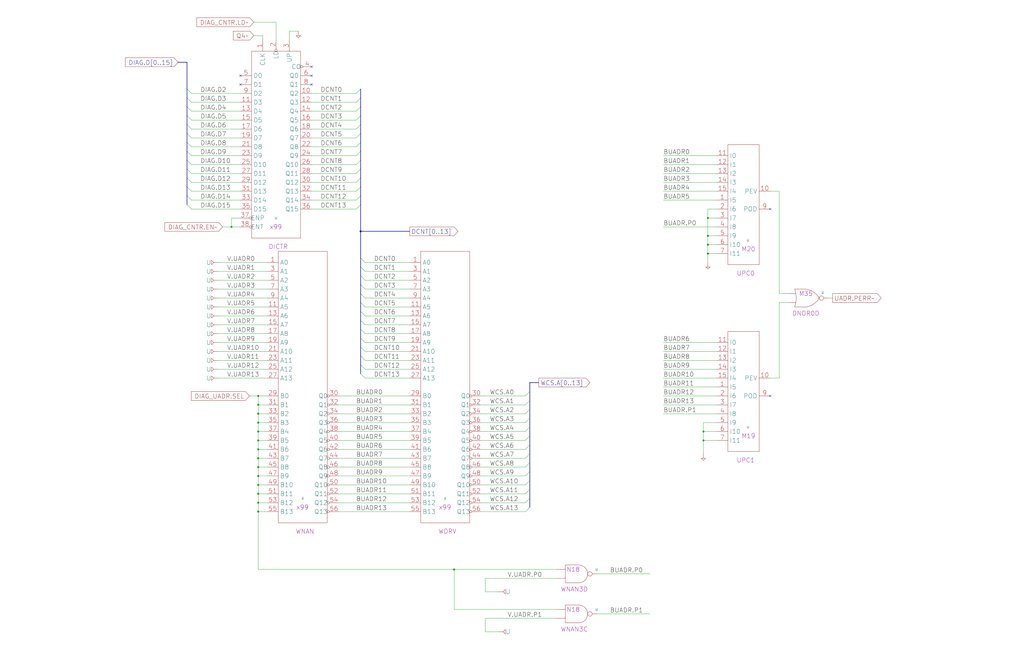
<source format=kicad_sch>
(kicad_sch (version 20220404) (generator eeschema)
  (paper "User" 584.2 378.46)
  (title_block (title "WRITABLE CONTROL STORE\\nWCS ADDRESS GENERATION") (date "22-MAR-90") (rev "1.0") (comment 1 "VALUE") (comment 2 "232-003063") (comment 3 "S400") (comment 4 "RELEASED"))
  (lib_symbols
    (symbol "r1000:93S48" (pin_names (offset 1.016))
      (property "Reference" "U" (at 2.54 5.08 0))
      (property "Value" "93S48" (at -6.35 -7.62 0))
      (property "Location" "___" (at -1.27 0 0))
      (property "Name" "______" (at 1.27 -15.24 0))
      (symbol "93S48_1_1"
        (rectangle (start -8.89 59.69) (end 8.89 -8.89))
        (pin input line (at -15.24 27.94 0) (length 6.35) (name "I5") (number "1"))
        (pin output line (at 15.24 33.02 180) (length 6.35) (name "PEV") (number "10"))
        (pin input line (at -15.24 53.34 0) (length 6.35) (name "I0") (number "11"))
        (pin input line (at -15.24 48.26 0) (length 6.35) (name "I1") (number "12"))
        (pin input line (at -15.24 43.18 0) (length 6.35) (name "I2") (number "13"))
        (pin input line (at -15.24 38.1 0) (length 6.35) (name "I3") (number "14"))
        (pin input line (at -15.24 33.02 0) (length 6.35) (name "I4") (number "15"))
        (pin input line (at -15.24 22.86 0) (length 6.35) (name "I6") (number "2"))
        (pin input line (at -15.24 17.78 0) (length 6.35) (name "I7") (number "3"))
        (pin input line (at -15.24 12.7 0) (length 6.35) (name "I8") (number "4"))
        (pin input line (at -15.24 7.62 0) (length 6.35) (name "I9") (number "5"))
        (pin input line (at -15.24 2.54 0) (length 6.35) (name "I10") (number "6"))
        (pin input line (at -15.24 -2.54 0) (length 6.35) (name "I11") (number "7"))
        (pin output line (at 15.24 22.86 180) (length 6.35) (name "POD") (number "9"))
      )
    )
    (symbol "r1000:F00" (pin_numbers hide) (pin_names hide)
      (property "Reference" "U" (at 15.24 0 0))
      (property "Value" "F00" (at 1.905 -5.08 0))
      (property "Location" "___" (at 1.905 0 0))
      (property "Name" "______" (at 2.54 -12.7 0))
      (symbol "F00_0_1"
        (polyline (pts (xy -2.54 -7.62) (xy 5.08 -7.62)) (stroke (width 0.1524)))
        (polyline (pts (xy -2.54 2.54) (xy -2.54 -7.62)) (stroke (width 0.1524)))
        (polyline (pts (xy -2.54 2.54) (xy 5.08 2.54)) (stroke (width 0.1524)))
        (arc (start 5.08 -7.62) (mid 10.1282 -2.54) (end 5.08 2.54) (stroke (width 0.1524)))
        (circle (center 11.43 -2.54) (radius 1.27) (stroke (width 0.1524)))
      )
      (symbol "F00_0_2"
        (circle (center -3.81 -5.08) (radius 1.27) (stroke (width 0.1524)))
        (circle (center -3.81 0) (radius 1.27) (stroke (width 0.1524)))
        (arc (start -3.175 -7.62) (mid -2.134 -2.54) (end -3.175 2.54) (stroke (width 0.1524)))
        (polyline (pts (xy -3.175 -7.62) (xy 3.81 -7.62)) (stroke (width 0.1524)))
        (polyline (pts (xy -3.175 2.54) (xy 3.81 2.54)) (stroke (width 0.1524)))
        (arc (start 3.81 -7.62) (mid 7.5855 -5.8306) (end 10.16 -2.54) (stroke (width 0.1524)))
        (arc (start 10.16 -2.54) (mid 7.5827 0.7471) (end 3.81 2.54) (stroke (width 0.1524)))
      )
      (symbol "F00_1_1"
        (pin input line (at -7.62 0 0) (length 5.08) (name "D0") (number "1"))
        (pin input line (at -7.62 -5.08 0) (length 5.08) (name "D1") (number "2"))
        (pin output line (at 15.24 -2.54 180) (length 2.54) (name "Q") (number "3"))
      )
      (symbol "F00_1_2"
        (pin input line (at -7.62 0 0) (length 2.54) (name "D0") (number "1"))
        (pin input line (at -7.62 -5.08 0) (length 2.54) (name "D1") (number "2"))
        (pin output line (at 15.24 -2.54 180) (length 5.08) (name "Q") (number "3"))
      )
    )
    (symbol "r1000:F02" (pin_numbers hide) (pin_names hide)
      (property "Reference" "U" (at 12.16 0.635 0))
      (property "Value" "F02" (at -1.27 -4.445 0))
      (property "Location" "___" (at 2.54 0 0))
      (property "Name" "______" (at 2.54 -12.7 0))
      (symbol "F02_0_1"
        (arc (start -3.81 -7.62) (mid -2.9847 -2.54) (end -3.81 2.54) (stroke (width 0.1524)))
        (polyline (pts (xy -5.08 -5.08) (xy -3.175 -5.08)) (stroke (width 0.1524)))
        (polyline (pts (xy -5.08 0) (xy -3.175 0)) (stroke (width 0.1524)))
        (polyline (pts (xy -3.81 -7.62) (xy 2.54 -7.62)) (stroke (width 0.1524)))
        (polyline (pts (xy -3.81 2.54) (xy 2.54 2.54)) (stroke (width 0.1524)))
        (polyline (pts (xy 13.97 -2.54) (xy 12.7 -2.54)) (stroke (width 0.1524)))
        (arc (start 2.54 -7.62) (mid 6.9515 -5.9823) (end 10.16 -2.54) (stroke (width 0.1524)))
        (arc (start 10.16 -2.54) (mid 6.9478 0.8966) (end 2.54 2.54) (stroke (width 0.1524)))
        (circle (center 11.43 -2.54) (radius 1.27) (stroke (width 0.1524)))
      )
      (symbol "F02_0_2"
        (circle (center -3.81 -5.08) (radius 1.27) (stroke (width 0.1524)))
        (circle (center -3.81 0) (radius 1.27) (stroke (width 0.1524)))
        (polyline (pts (xy -2.54 -7.62) (xy 5.08 -7.62)) (stroke (width 0.1524)))
        (polyline (pts (xy -2.54 2.54) (xy -2.54 -7.62)) (stroke (width 0.1524)))
        (polyline (pts (xy -2.54 2.54) (xy 5.08 2.54)) (stroke (width 0.1524)))
        (polyline (pts (xy 11.43 -2.54) (xy 10.16 -2.54)) (stroke (width 0.1524)))
        (polyline (pts (xy 11.43 -2.54) (xy 12.7 -2.54)) (stroke (width 0.1524)))
        (arc (start 5.08 -7.62) (mid 10.1282 -2.54) (end 5.08 2.54) (stroke (width 0.1524)))
      )
      (symbol "F02_1_1"
        (pin input line (at -7.62 0 0) (length 2.54) (name "D0") (number "1"))
        (pin input line (at -7.62 -5.08 0) (length 2.54) (name "D1") (number "2"))
        (pin output line (at 15.24 -2.54 180) (length 1.27) (name "Q") (number "3"))
      )
      (symbol "F02_1_2"
        (pin input line (at -7.62 0 0) (length 2.54) (name "D0") (number "1"))
        (pin input line (at -7.62 -5.08 0) (length 2.54) (name "D1") (number "2"))
        (pin output line (at 15.24 -2.54 180) (length 2.54) (name "Q") (number "3"))
      )
    )
    (symbol "r1000:F169X4" (pin_names (offset 1.016))
      (property "Reference" "U" (at 2.54 5.08 0))
      (property "Value" "F169X4" (at -1.27 -5.08 0))
      (property "Location" "___" (at -1.27 0 0))
      (property "Name" "______" (at 3.81 -12.7 0))
      (symbol "F169X4_1_1"
        (circle (center -12.065 0) (radius 0.635))
        (circle (center -12.065 5.08) (radius 0.635))
        (rectangle (start -11.43 100.33) (end 16.51 -6.35))
        (circle (center 2.54 100.965) (radius 0.635))
        (circle (center 17.145 91.44) (radius 0.635))
        (pin input line (at -5.08 106.68 270) (length 6.35) (name "CLK") (number "1"))
        (pin output line (at 22.86 76.2 180) (length 6.35) (name "Q2") (number "10"))
        (pin input line (at -17.78 71.12 0) (length 6.35) (name "D3") (number "11"))
        (pin output line (at 22.86 71.12 180) (length 6.35) (name "Q3") (number "12"))
        (pin input line (at -17.78 66.04 0) (length 6.35) (name "D4") (number "13"))
        (pin output line (at 22.86 66.04 180) (length 6.35) (name "Q4") (number "14"))
        (pin input line (at -17.78 60.96 0) (length 6.35) (name "D5") (number "15"))
        (pin output line (at 22.86 60.96 180) (length 6.35) (name "Q5") (number "16"))
        (pin input line (at -17.78 55.88 0) (length 6.35) (name "D6") (number "17"))
        (pin output line (at 22.86 55.88 180) (length 6.35) (name "Q6") (number "18"))
        (pin input line (at -17.78 50.8 0) (length 6.35) (name "D7") (number "19"))
        (pin input line (at 2.54 106.68 270) (length 5.08) (name "LD") (number "2"))
        (pin output line (at 22.86 50.8 180) (length 6.35) (name "Q7") (number "20"))
        (pin input line (at -17.78 45.72 0) (length 6.35) (name "D8") (number "21"))
        (pin output line (at 22.86 45.72 180) (length 6.35) (name "Q8") (number "22"))
        (pin input line (at -17.78 40.64 0) (length 6.35) (name "D9") (number "23"))
        (pin output line (at 22.86 40.64 180) (length 6.35) (name "Q9") (number "24"))
        (pin input line (at -17.78 35.56 0) (length 6.35) (name "D10") (number "25"))
        (pin output line (at 22.86 35.56 180) (length 6.35) (name "Q10") (number "26"))
        (pin input line (at -17.78 30.48 0) (length 6.35) (name "D11") (number "27"))
        (pin output line (at 22.86 30.48 180) (length 6.35) (name "Q11") (number "28"))
        (pin input line (at -17.78 25.4 0) (length 6.35) (name "D12") (number "29"))
        (pin input line (at 10.16 106.68 270) (length 6.35) (name "UP") (number "3"))
        (pin output line (at 22.86 25.4 180) (length 6.35) (name "Q12") (number "30"))
        (pin input line (at -17.78 20.32 0) (length 6.35) (name "D13") (number "31"))
        (pin output line (at 22.86 20.32 180) (length 6.35) (name "Q13") (number "32"))
        (pin input line (at -17.78 15.24 0) (length 6.35) (name "D14") (number "33"))
        (pin output line (at 22.86 15.24 180) (length 6.35) (name "Q14") (number "34"))
        (pin input line (at -17.78 10.16 0) (length 6.35) (name "D15") (number "35"))
        (pin output line (at 22.86 10.16 180) (length 6.35) (name "Q15") (number "36"))
        (pin input line (at -17.78 5.08 0) (length 5.08) (name "ENP") (number "37"))
        (pin input line (at -17.78 0 0) (length 5.08) (name "ENT") (number "38"))
        (pin output line (at 22.86 91.44 180) (length 5.08) (name "CO") (number "4"))
        (pin input line (at -17.78 86.36 0) (length 6.35) (name "D0") (number "5"))
        (pin output line (at 22.86 86.36 180) (length 6.35) (name "Q0") (number "6"))
        (pin input line (at -17.78 81.28 0) (length 6.35) (name "D1") (number "7"))
        (pin output line (at 22.86 81.28 180) (length 6.35) (name "Q1") (number "8"))
        (pin input line (at -17.78 76.2 0) (length 6.35) (name "D2") (number "9"))
      )
    )
    (symbol "r1000:GB" (pin_numbers hide) (pin_names (offset 0) hide)
      (property "Reference" "GB" (at 3.81 0 0))
      (symbol "GB_0_1"
        (polyline (pts (xy 2.54 0) (xy 3.81 1.27) (xy 3.81 -1.27) (xy 2.54 0)) (stroke (width 0.1524)))
      )
      (symbol "GB_1_1"
        (pin bidirectional line (at 0 0 0) (length 2.54) (name "") (number "1"))
      )
    )
    (symbol "r1000:PD" (power) (pin_numbers hide) (pin_names hide) (in_bom no)
      (symbol "PD_0_1"
        (polyline (pts (xy 0 -2.54) (xy 1.27 -2.54) (xy 0 -3.81) (xy -1.27 -2.54) (xy 0 -2.54)) (stroke (width 0.1524)))
      )
      (symbol "PD_1_1"
        (pin power_in line (at 0 0 270) (length 2.54) (name "PD") (number "1"))
      )
    )
    (symbol "r1000:XVNAND14" (pin_names (offset 1.016))
      (property "Reference" "U" (at 2.54 5.08 0))
      (property "Value" "XVNAND14" (at -6.35 -7.62 0))
      (property "Location" "___" (at -1.27 0 0))
      (property "Name" "______" (at 3.81 -15.24 0))
      (symbol "XVNAND14_1_1"
        (rectangle (start -11.43 146.05) (end 16.51 -8.89))
        (circle (center 17.145 -2.54) (radius 0.635))
        (circle (center 17.145 2.54) (radius 0.635))
        (circle (center 17.145 7.62) (radius 0.635))
        (circle (center 17.145 12.7) (radius 0.635))
        (circle (center 17.145 17.78) (radius 0.635))
        (circle (center 17.145 22.86) (radius 0.635))
        (circle (center 17.145 27.94) (radius 0.635))
        (circle (center 17.145 33.02) (radius 0.635))
        (circle (center 17.145 38.1) (radius 0.635))
        (circle (center 17.145 43.18) (radius 0.635))
        (circle (center 17.145 48.26) (radius 0.635))
        (circle (center 17.145 53.34) (radius 0.635))
        (circle (center 17.145 58.42) (radius 0.635))
        (circle (center 17.145 63.5) (radius 0.635))
        (pin input line (at -17.78 139.7 0) (length 6.35) (name "A0") (number "1"))
        (pin input line (at -17.78 114.3 0) (length 6.35) (name "A5") (number "11"))
        (pin input line (at -17.78 109.22 0) (length 6.35) (name "A6") (number "13"))
        (pin input line (at -17.78 104.14 0) (length 6.35) (name "A7") (number "15"))
        (pin input line (at -17.78 99.06 0) (length 6.35) (name "A8") (number "17"))
        (pin input line (at -17.78 93.98 0) (length 6.35) (name "A9") (number "19"))
        (pin input line (at -17.78 88.9 0) (length 6.35) (name "A10") (number "21"))
        (pin input line (at -17.78 83.82 0) (length 6.35) (name "A11") (number "23"))
        (pin input line (at -17.78 78.74 0) (length 6.35) (name "A12") (number "25"))
        (pin input line (at -17.78 73.66 0) (length 6.35) (name "A13") (number "27"))
        (pin input line (at -17.78 63.5 0) (length 6.35) (name "B0") (number "29"))
        (pin input line (at -17.78 134.62 0) (length 6.35) (name "A1") (number "3"))
        (pin output line (at 22.86 63.5 180) (length 5.08) (name "Q0") (number "30"))
        (pin input line (at -17.78 58.42 0) (length 6.35) (name "B1") (number "31"))
        (pin output line (at 22.86 58.42 180) (length 5.08) (name "Q1") (number "32"))
        (pin input line (at -17.78 53.34 0) (length 6.35) (name "B2") (number "33"))
        (pin output line (at 22.86 53.34 180) (length 5.08) (name "Q2") (number "34"))
        (pin input line (at -17.78 48.26 0) (length 6.35) (name "B3") (number "35"))
        (pin output line (at 22.86 48.26 180) (length 5.08) (name "Q3") (number "36"))
        (pin input line (at -17.78 43.18 0) (length 6.35) (name "B4") (number "37"))
        (pin output line (at 22.86 43.18 180) (length 5.08) (name "Q4") (number "38"))
        (pin input line (at -17.78 38.1 0) (length 6.35) (name "B5") (number "39"))
        (pin output line (at 22.86 38.1 180) (length 5.08) (name "Q5") (number "40"))
        (pin input line (at -17.78 33.02 0) (length 6.35) (name "B6") (number "41"))
        (pin output line (at 22.86 33.02 180) (length 5.08) (name "Q6") (number "42"))
        (pin input line (at -17.78 27.94 0) (length 6.35) (name "B7") (number "43"))
        (pin output line (at 22.86 27.94 180) (length 5.08) (name "Q7") (number "44"))
        (pin input line (at -17.78 22.86 0) (length 6.35) (name "B8") (number "45"))
        (pin output line (at 22.86 22.86 180) (length 5.08) (name "Q8") (number "46"))
        (pin input line (at -17.78 17.78 0) (length 6.35) (name "B9") (number "47"))
        (pin output line (at 22.86 17.78 180) (length 5.08) (name "Q9") (number "48"))
        (pin input line (at -17.78 12.7 0) (length 6.35) (name "B10") (number "49"))
        (pin input line (at -17.78 129.54 0) (length 6.35) (name "A2") (number "5"))
        (pin output line (at 22.86 12.7 180) (length 5.08) (name "Q10") (number "50"))
        (pin input line (at -17.78 7.62 0) (length 6.35) (name "B11") (number "51"))
        (pin output line (at 22.86 7.62 180) (length 5.08) (name "Q11") (number "52"))
        (pin input line (at -17.78 2.54 0) (length 6.35) (name "B12") (number "53"))
        (pin output line (at 22.86 2.54 180) (length 5.08) (name "Q12") (number "54"))
        (pin input line (at -17.78 -2.54 0) (length 6.35) (name "B13") (number "55"))
        (pin output line (at 22.86 -2.54 180) (length 5.08) (name "Q13") (number "56"))
        (pin input line (at -17.78 124.46 0) (length 6.35) (name "A3") (number "7"))
        (pin input line (at -17.78 119.38 0) (length 6.35) (name "A4") (number "9"))
      )
    )
  )
  (junction (at 147.32 251.46))
  (junction (at 205.74 132.08))
  (junction (at 147.32 236.22))
  (junction (at 147.32 292.1))
  (junction (at 147.32 261.62))
  (junction (at 147.32 256.54))
  (junction (at 403.86 144.78))
  (junction (at 147.32 281.94))
  (junction (at 147.32 226.06))
  (junction (at 147.32 231.14))
  (junction (at 132.08 129.54))
  (junction (at 147.32 246.38))
  (junction (at 403.86 134.62))
  (junction (at 403.86 124.46))
  (junction (at 147.32 241.3))
  (junction (at 403.86 139.7))
  (junction (at 147.32 287.02))
  (junction (at 401.32 246.38))
  (junction (at 259.08 325.12))
  (junction (at 147.32 271.78))
  (junction (at 147.32 266.7))
  (junction (at 147.32 276.86))
  (junction (at 401.32 251.46))
  (no_connect (at 137.16 48.26))
  (no_connect (at 439.42 119.38))
  (no_connect (at 177.8 43.18))
  (no_connect (at 439.42 226.06))
  (no_connect (at 177.8 48.26))
  (no_connect (at 137.16 43.18))
  (no_connect (at 177.8 38.1))
  (bus_entry (at 106.68 66.04) (size 2.54 2.54))
  (bus_entry (at 302.26 228.6) (size -2.54 2.54))
  (bus_entry (at 205.74 111.76) (size -2.54 2.54))
  (bus_entry (at 106.68 116.84) (size 2.54 2.54))
  (bus_entry (at 302.26 269.24) (size -2.54 2.54))
  (bus_entry (at 302.26 289.56) (size -2.54 2.54))
  (bus_entry (at 302.26 279.4) (size -2.54 2.54))
  (bus_entry (at 205.74 66.04) (size -2.54 2.54))
  (bus_entry (at 205.74 116.84) (size -2.54 2.54))
  (bus_entry (at 205.74 162.56) (size 2.54 2.54))
  (bus_entry (at 106.68 86.36) (size 2.54 2.54))
  (bus_entry (at 106.68 81.28) (size 2.54 2.54))
  (bus_entry (at 302.26 243.84) (size -2.54 2.54))
  (bus_entry (at 302.26 223.52) (size -2.54 2.54))
  (bus_entry (at 106.68 50.8) (size 2.54 2.54))
  (bus_entry (at 205.74 81.28) (size -2.54 2.54))
  (bus_entry (at 205.74 177.8) (size 2.54 2.54))
  (bus_entry (at 106.68 101.6) (size 2.54 2.54))
  (bus_entry (at 205.74 147.32) (size 2.54 2.54))
  (bus_entry (at 205.74 208.28) (size 2.54 2.54))
  (bus_entry (at 205.74 71.12) (size -2.54 2.54))
  (bus_entry (at 205.74 203.2) (size 2.54 2.54))
  (bus_entry (at 302.26 274.32) (size -2.54 2.54))
  (bus_entry (at 205.74 198.12) (size 2.54 2.54))
  (bus_entry (at 302.26 284.48) (size -2.54 2.54))
  (bus_entry (at 106.68 91.44) (size 2.54 2.54))
  (bus_entry (at 302.26 254) (size -2.54 2.54))
  (bus_entry (at 205.74 172.72) (size 2.54 2.54))
  (bus_entry (at 205.74 96.52) (size -2.54 2.54))
  (bus_entry (at 302.26 238.76) (size -2.54 2.54))
  (bus_entry (at 205.74 193.04) (size 2.54 2.54))
  (bus_entry (at 302.26 248.92) (size -2.54 2.54))
  (bus_entry (at 302.26 233.68) (size -2.54 2.54))
  (bus_entry (at 205.74 91.44) (size -2.54 2.54))
  (bus_entry (at 106.68 111.76) (size 2.54 2.54))
  (bus_entry (at 205.74 182.88) (size 2.54 2.54))
  (bus_entry (at 106.68 71.12) (size 2.54 2.54))
  (bus_entry (at 106.68 55.88) (size 2.54 2.54))
  (bus_entry (at 205.74 157.48) (size 2.54 2.54))
  (bus_entry (at 106.68 60.96) (size 2.54 2.54))
  (bus_entry (at 205.74 60.96) (size -2.54 2.54))
  (bus_entry (at 205.74 187.96) (size 2.54 2.54))
  (bus_entry (at 205.74 213.36) (size 2.54 2.54))
  (bus_entry (at 205.74 152.4) (size 2.54 2.54))
  (bus_entry (at 205.74 101.6) (size -2.54 2.54))
  (bus_entry (at 302.26 264.16) (size -2.54 2.54))
  (bus_entry (at 106.68 96.52) (size 2.54 2.54))
  (bus_entry (at 205.74 76.2) (size -2.54 2.54))
  (bus_entry (at 302.26 259.08) (size -2.54 2.54))
  (bus_entry (at 205.74 55.88) (size -2.54 2.54))
  (bus_entry (at 205.74 86.36) (size -2.54 2.54))
  (bus_entry (at 106.68 76.2) (size 2.54 2.54))
  (bus_entry (at 205.74 106.68) (size -2.54 2.54))
  (bus_entry (at 205.74 167.64) (size 2.54 2.54))
  (bus_entry (at 205.74 50.8) (size -2.54 2.54))
  (bus_entry (at 106.68 106.68) (size 2.54 2.54))
  (bus (pts (xy 106.68 86.36) (xy 106.68 91.44)))
  (wire (pts (xy 152.4 185.42) (xy 124.46 185.42)))
  (wire (pts (xy 177.8 63.5) (xy 203.2 63.5)))
  (wire (pts (xy 152.4 195.58) (xy 124.46 195.58)))
  (wire (pts (xy 177.8 58.42) (xy 203.2 58.42)))
  (wire (pts (xy 152.4 149.86) (xy 124.46 149.86)))
  (bus (pts (xy 106.68 111.76) (xy 106.68 116.84)))
  (bus (pts (xy 307.34 218.44) (xy 302.26 218.44)))
  (bus (pts (xy 205.74 177.8) (xy 205.74 182.88)))
  (wire (pts (xy 177.8 114.3) (xy 203.2 114.3)))
  (bus (pts (xy 302.26 238.76) (xy 302.26 243.84)))
  (wire (pts (xy 233.68 149.86) (xy 208.28 149.86)))
  (wire (pts (xy 401.32 251.46) (xy 401.32 259.08)))
  (wire (pts (xy 147.32 287.02) (xy 152.4 287.02)))
  (wire (pts (xy 193.04 287.02) (xy 233.68 287.02)))
  (wire (pts (xy 152.4 210.82) (xy 124.46 210.82)))
  (wire (pts (xy 378.46 215.9) (xy 408.94 215.9)))
  (wire (pts (xy 378.46 104.14) (xy 408.94 104.14)))
  (bus (pts (xy 205.74 198.12) (xy 205.74 203.2)))
  (bus (pts (xy 106.68 50.8) (xy 106.68 55.88)))
  (wire (pts (xy 233.68 210.82) (xy 208.28 210.82)))
  (bus (pts (xy 302.26 223.52) (xy 302.26 228.6)))
  (wire (pts (xy 259.08 325.12) (xy 259.08 347.98)))
  (wire (pts (xy 193.04 261.62) (xy 233.68 261.62)))
  (wire (pts (xy 401.32 246.38) (xy 408.94 246.38)))
  (wire (pts (xy 439.42 109.22) (xy 444.5 109.22)))
  (wire (pts (xy 109.22 73.66) (xy 137.16 73.66)))
  (wire (pts (xy 109.22 93.98) (xy 137.16 93.98)))
  (wire (pts (xy 152.4 160.02) (xy 124.46 160.02)))
  (wire (pts (xy 147.32 231.14) (xy 147.32 226.06)))
  (bus (pts (xy 302.26 279.4) (xy 302.26 284.48)))
  (wire (pts (xy 408.94 241.3) (xy 401.32 241.3)))
  (wire (pts (xy 147.32 325.12) (xy 147.32 292.1)))
  (wire (pts (xy 193.04 246.38) (xy 233.68 246.38)))
  (wire (pts (xy 147.32 251.46) (xy 147.32 246.38)))
  (wire (pts (xy 274.32 246.38) (xy 299.72 246.38)))
  (wire (pts (xy 403.86 139.7) (xy 403.86 144.78)))
  (wire (pts (xy 109.22 53.34) (xy 137.16 53.34)))
  (wire (pts (xy 317.5 347.98) (xy 259.08 347.98)))
  (bus (pts (xy 106.68 35.56) (xy 106.68 50.8)))
  (wire (pts (xy 274.32 256.54) (xy 299.72 256.54)))
  (wire (pts (xy 193.04 256.54) (xy 233.68 256.54)))
  (bus (pts (xy 205.74 167.64) (xy 205.74 172.72)))
  (wire (pts (xy 152.4 215.9) (xy 124.46 215.9)))
  (bus (pts (xy 106.68 76.2) (xy 106.68 81.28)))
  (bus (pts (xy 205.74 152.4) (xy 205.74 157.48)))
  (wire (pts (xy 233.68 175.26) (xy 208.28 175.26)))
  (bus (pts (xy 302.26 259.08) (xy 302.26 264.16)))
  (wire (pts (xy 109.22 119.38) (xy 137.16 119.38)))
  (wire (pts (xy 403.86 139.7) (xy 408.94 139.7)))
  (wire (pts (xy 233.68 185.42) (xy 208.28 185.42)))
  (wire (pts (xy 152.4 165.1) (xy 124.46 165.1)))
  (bus (pts (xy 106.68 106.68) (xy 106.68 111.76)))
  (bus (pts (xy 205.74 101.6) (xy 205.74 106.68)))
  (wire (pts (xy 193.04 241.3) (xy 233.68 241.3)))
  (wire (pts (xy 132.08 129.54) (xy 137.16 129.54)))
  (wire (pts (xy 274.32 226.06) (xy 299.72 226.06)))
  (wire (pts (xy 177.8 78.74) (xy 203.2 78.74)))
  (wire (pts (xy 403.86 119.38) (xy 403.86 124.46)))
  (bus (pts (xy 302.26 254) (xy 302.26 259.08)))
  (wire (pts (xy 274.32 231.14) (xy 299.72 231.14)))
  (bus (pts (xy 302.26 284.48) (xy 302.26 289.56)))
  (wire (pts (xy 109.22 109.22) (xy 137.16 109.22)))
  (wire (pts (xy 147.32 292.1) (xy 147.32 287.02)))
  (wire (pts (xy 276.86 330.2) (xy 317.5 330.2)))
  (wire (pts (xy 403.86 124.46) (xy 408.94 124.46)))
  (wire (pts (xy 177.8 68.58) (xy 203.2 68.58)))
  (wire (pts (xy 177.8 53.34) (xy 203.2 53.34)))
  (bus (pts (xy 101.6 35.56) (xy 106.68 35.56)))
  (wire (pts (xy 403.86 134.62) (xy 408.94 134.62)))
  (wire (pts (xy 274.32 266.7) (xy 299.72 266.7)))
  (bus (pts (xy 106.68 60.96) (xy 106.68 66.04)))
  (wire (pts (xy 378.46 231.14) (xy 408.94 231.14)))
  (wire (pts (xy 193.04 266.7) (xy 233.68 266.7)))
  (wire (pts (xy 378.46 109.22) (xy 408.94 109.22)))
  (wire (pts (xy 378.46 205.74) (xy 408.94 205.74)))
  (wire (pts (xy 378.46 200.66) (xy 408.94 200.66)))
  (wire (pts (xy 444.5 167.64) (xy 449.58 167.64)))
  (bus (pts (xy 106.68 66.04) (xy 106.68 71.12)))
  (wire (pts (xy 127 129.54) (xy 132.08 129.54)))
  (bus (pts (xy 205.74 193.04) (xy 205.74 198.12)))
  (wire (pts (xy 144.78 12.7) (xy 157.48 12.7)))
  (bus (pts (xy 205.74 96.52) (xy 205.74 101.6)))
  (wire (pts (xy 147.32 236.22) (xy 152.4 236.22)))
  (bus (pts (xy 302.26 274.32) (xy 302.26 279.4)))
  (wire (pts (xy 233.68 154.94) (xy 208.28 154.94)))
  (wire (pts (xy 401.32 251.46) (xy 408.94 251.46)))
  (bus (pts (xy 205.74 132.08) (xy 233.68 132.08)))
  (wire (pts (xy 109.22 104.14) (xy 137.16 104.14)))
  (wire (pts (xy 340.36 350.52) (xy 370.84 350.52)))
  (wire (pts (xy 177.8 93.98) (xy 203.2 93.98)))
  (wire (pts (xy 193.04 292.1) (xy 233.68 292.1)))
  (bus (pts (xy 302.26 233.68) (xy 302.26 238.76)))
  (wire (pts (xy 444.5 172.72) (xy 449.58 172.72)))
  (bus (pts (xy 205.74 162.56) (xy 205.74 167.64)))
  (bus (pts (xy 106.68 71.12) (xy 106.68 76.2)))
  (bus (pts (xy 302.26 264.16) (xy 302.26 269.24)))
  (wire (pts (xy 233.68 180.34) (xy 208.28 180.34)))
  (wire (pts (xy 274.32 236.22) (xy 299.72 236.22)))
  (wire (pts (xy 109.22 83.82) (xy 137.16 83.82)))
  (bus (pts (xy 205.74 116.84) (xy 205.74 132.08)))
  (bus (pts (xy 205.74 106.68) (xy 205.74 111.76)))
  (bus (pts (xy 205.74 203.2) (xy 205.74 208.28)))
  (wire (pts (xy 147.32 246.38) (xy 152.4 246.38)))
  (wire (pts (xy 274.32 261.62) (xy 299.72 261.62)))
  (bus (pts (xy 106.68 91.44) (xy 106.68 96.52)))
  (wire (pts (xy 109.22 99.06) (xy 137.16 99.06)))
  (wire (pts (xy 233.68 215.9) (xy 208.28 215.9)))
  (wire (pts (xy 147.32 281.94) (xy 147.32 276.86)))
  (wire (pts (xy 276.86 360.68) (xy 284.48 360.68)))
  (wire (pts (xy 147.32 236.22) (xy 147.32 231.14)))
  (wire (pts (xy 177.8 119.38) (xy 203.2 119.38)))
  (wire (pts (xy 274.32 276.86) (xy 299.72 276.86)))
  (bus (pts (xy 302.26 243.84) (xy 302.26 248.92)))
  (wire (pts (xy 317.5 325.12) (xy 259.08 325.12)))
  (wire (pts (xy 193.04 226.06) (xy 233.68 226.06)))
  (wire (pts (xy 147.32 266.7) (xy 152.4 266.7)))
  (wire (pts (xy 152.4 175.26) (xy 124.46 175.26)))
  (wire (pts (xy 276.86 353.06) (xy 276.86 360.68)))
  (wire (pts (xy 193.04 271.78) (xy 233.68 271.78)))
  (bus (pts (xy 106.68 96.52) (xy 106.68 101.6)))
  (wire (pts (xy 147.32 251.46) (xy 152.4 251.46)))
  (wire (pts (xy 378.46 226.06) (xy 408.94 226.06)))
  (wire (pts (xy 152.4 190.5) (xy 124.46 190.5)))
  (wire (pts (xy 109.22 88.9) (xy 137.16 88.9)))
  (wire (pts (xy 274.32 292.1) (xy 299.72 292.1)))
  (bus (pts (xy 205.74 111.76) (xy 205.74 116.84)))
  (bus (pts (xy 205.74 60.96) (xy 205.74 66.04)))
  (wire (pts (xy 274.32 271.78) (xy 299.72 271.78)))
  (bus (pts (xy 205.74 86.36) (xy 205.74 91.44)))
  (bus (pts (xy 205.74 76.2) (xy 205.74 81.28)))
  (wire (pts (xy 274.32 251.46) (xy 299.72 251.46)))
  (bus (pts (xy 205.74 187.96) (xy 205.74 193.04)))
  (wire (pts (xy 233.68 190.5) (xy 208.28 190.5)))
  (wire (pts (xy 472.44 170.18) (xy 474.98 170.18)))
  (wire (pts (xy 340.36 327.66) (xy 370.84 327.66)))
  (wire (pts (xy 403.86 144.78) (xy 408.94 144.78)))
  (wire (pts (xy 378.46 93.98) (xy 408.94 93.98)))
  (wire (pts (xy 378.46 195.58) (xy 408.94 195.58)))
  (bus (pts (xy 205.74 50.8) (xy 205.74 55.88)))
  (wire (pts (xy 193.04 251.46) (xy 233.68 251.46)))
  (bus (pts (xy 205.74 172.72) (xy 205.74 177.8)))
  (bus (pts (xy 106.68 55.88) (xy 106.68 60.96)))
  (wire (pts (xy 259.08 325.12) (xy 147.32 325.12)))
  (wire (pts (xy 147.32 246.38) (xy 147.32 241.3)))
  (bus (pts (xy 302.26 248.92) (xy 302.26 254)))
  (bus (pts (xy 205.74 71.12) (xy 205.74 76.2)))
  (bus (pts (xy 205.74 182.88) (xy 205.74 187.96)))
  (wire (pts (xy 378.46 99.06) (xy 408.94 99.06)))
  (wire (pts (xy 147.32 266.7) (xy 147.32 261.62)))
  (wire (pts (xy 147.32 271.78) (xy 147.32 266.7)))
  (wire (pts (xy 276.86 330.2) (xy 276.86 337.82)))
  (wire (pts (xy 109.22 63.5) (xy 137.16 63.5)))
  (bus (pts (xy 205.74 208.28) (xy 205.74 213.36)))
  (wire (pts (xy 149.86 22.86) (xy 149.86 20.32)))
  (wire (pts (xy 109.22 78.74) (xy 137.16 78.74)))
  (bus (pts (xy 205.74 81.28) (xy 205.74 86.36)))
  (wire (pts (xy 152.4 180.34) (xy 124.46 180.34)))
  (wire (pts (xy 439.42 215.9) (xy 444.5 215.9)))
  (wire (pts (xy 177.8 104.14) (xy 203.2 104.14)))
  (wire (pts (xy 401.32 246.38) (xy 401.32 251.46)))
  (wire (pts (xy 147.32 276.86) (xy 147.32 271.78)))
  (wire (pts (xy 403.86 124.46) (xy 403.86 134.62)))
  (wire (pts (xy 152.4 200.66) (xy 124.46 200.66)))
  (wire (pts (xy 408.94 119.38) (xy 403.86 119.38)))
  (wire (pts (xy 444.5 109.22) (xy 444.5 167.64)))
  (wire (pts (xy 144.78 20.32) (xy 149.86 20.32)))
  (wire (pts (xy 152.4 170.18) (xy 124.46 170.18)))
  (wire (pts (xy 142.24 226.06) (xy 147.32 226.06)))
  (wire (pts (xy 193.04 276.86) (xy 233.68 276.86)))
  (wire (pts (xy 193.04 281.94) (xy 233.68 281.94)))
  (bus (pts (xy 302.26 218.44) (xy 302.26 223.52)))
  (wire (pts (xy 378.46 88.9) (xy 408.94 88.9)))
  (wire (pts (xy 401.32 241.3) (xy 401.32 246.38)))
  (wire (pts (xy 274.32 281.94) (xy 299.72 281.94)))
  (bus (pts (xy 106.68 81.28) (xy 106.68 86.36)))
  (bus (pts (xy 205.74 91.44) (xy 205.74 96.52)))
  (wire (pts (xy 403.86 134.62) (xy 403.86 139.7)))
  (wire (pts (xy 170.18 17.78) (xy 165.1 17.78)))
  (wire (pts (xy 109.22 58.42) (xy 137.16 58.42)))
  (wire (pts (xy 276.86 337.82) (xy 284.48 337.82)))
  (wire (pts (xy 147.32 261.62) (xy 152.4 261.62)))
  (wire (pts (xy 378.46 129.54) (xy 408.94 129.54)))
  (wire (pts (xy 147.32 281.94) (xy 152.4 281.94)))
  (wire (pts (xy 147.32 287.02) (xy 147.32 281.94)))
  (wire (pts (xy 147.32 276.86) (xy 152.4 276.86)))
  (wire (pts (xy 152.4 154.94) (xy 124.46 154.94)))
  (wire (pts (xy 147.32 226.06) (xy 152.4 226.06)))
  (wire (pts (xy 274.32 287.02) (xy 299.72 287.02)))
  (wire (pts (xy 233.68 200.66) (xy 208.28 200.66)))
  (bus (pts (xy 205.74 66.04) (xy 205.74 71.12)))
  (bus (pts (xy 106.68 101.6) (xy 106.68 106.68)))
  (wire (pts (xy 378.46 220.98) (xy 408.94 220.98)))
  (bus (pts (xy 205.74 147.32) (xy 205.74 152.4)))
  (bus (pts (xy 205.74 55.88) (xy 205.74 60.96)))
  (wire (pts (xy 193.04 236.22) (xy 233.68 236.22)))
  (wire (pts (xy 378.46 236.22) (xy 408.94 236.22)))
  (wire (pts (xy 109.22 68.58) (xy 137.16 68.58)))
  (bus (pts (xy 302.26 269.24) (xy 302.26 274.32)))
  (bus (pts (xy 205.74 132.08) (xy 205.74 147.32)))
  (wire (pts (xy 177.8 109.22) (xy 203.2 109.22)))
  (wire (pts (xy 132.08 124.46) (xy 132.08 129.54)))
  (wire (pts (xy 147.32 241.3) (xy 152.4 241.3)))
  (wire (pts (xy 109.22 114.3) (xy 137.16 114.3)))
  (wire (pts (xy 177.8 83.82) (xy 203.2 83.82)))
  (wire (pts (xy 147.32 261.62) (xy 147.32 256.54)))
  (bus (pts (xy 302.26 228.6) (xy 302.26 233.68)))
  (wire (pts (xy 233.68 195.58) (xy 208.28 195.58)))
  (wire (pts (xy 193.04 231.14) (xy 233.68 231.14)))
  (wire (pts (xy 157.48 22.86) (xy 157.48 12.7)))
  (wire (pts (xy 152.4 205.74) (xy 124.46 205.74)))
  (wire (pts (xy 276.86 353.06) (xy 317.5 353.06)))
  (wire (pts (xy 233.68 160.02) (xy 208.28 160.02)))
  (wire (pts (xy 274.32 241.3) (xy 299.72 241.3)))
  (wire (pts (xy 147.32 271.78) (xy 152.4 271.78)))
  (wire (pts (xy 165.1 17.78) (xy 165.1 22.86)))
  (wire (pts (xy 152.4 292.1) (xy 147.32 292.1)))
  (wire (pts (xy 147.32 241.3) (xy 147.32 236.22)))
  (wire (pts (xy 378.46 210.82) (xy 408.94 210.82)))
  (bus (pts (xy 205.74 157.48) (xy 205.74 162.56)))
  (wire (pts (xy 177.8 88.9) (xy 203.2 88.9)))
  (wire (pts (xy 233.68 205.74) (xy 208.28 205.74)))
  (wire (pts (xy 177.8 99.06) (xy 203.2 99.06)))
  (wire (pts (xy 177.8 73.66) (xy 203.2 73.66)))
  (wire (pts (xy 403.86 144.78) (xy 403.86 149.86)))
  (wire (pts (xy 444.5 215.9) (xy 444.5 172.72)))
  (wire (pts (xy 147.32 256.54) (xy 147.32 251.46)))
  (wire (pts (xy 378.46 114.3) (xy 408.94 114.3)))
  (wire (pts (xy 132.08 124.46) (xy 137.16 124.46)))
  (wire (pts (xy 233.68 170.18) (xy 208.28 170.18)))
  (wire (pts (xy 147.32 256.54) (xy 152.4 256.54)))
  (wire (pts (xy 147.32 231.14) (xy 152.4 231.14)))
  (wire (pts (xy 233.68 165.1) (xy 208.28 165.1)))
  (label "DCNT12" (at 182.88 114.3 0) (effects (font (size 2.54 2.54))))
  (label "V.UADR5" (at 129.54 175.26 0) (effects (font (size 2.54 2.54))))
  (label "BUADR8" (at 378.46 205.74 0) (effects (font (size 2.54 2.54))))
  (label "DIAG.D13" (at 114.3 109.22 0) (effects (font (size 2.54 2.54))))
  (label "DCNT0" (at 213.36 149.86 0) (effects (font (size 2.54 2.54))))
  (label "DCNT11" (at 213.36 205.74 0) (effects (font (size 2.54 2.54))))
  (label "DIAG.D9" (at 114.3 88.9 0) (effects (font (size 2.54 2.54))))
  (label "WCS.A10" (at 279.4 276.86 0) (effects (font (size 2.54 2.54))))
  (label "V.UADR11" (at 129.54 205.74 0) (effects (font (size 2.54 2.54))))
  (label "DIAG.D10" (at 114.3 93.98 0) (effects (font (size 2.54 2.54))))
  (label "V.UADR4" (at 129.54 170.18 0) (effects (font (size 2.54 2.54))))
  (label "DCNT1" (at 213.36 154.94 0) (effects (font (size 2.54 2.54))))
  (label "BUADR.P1" (at 378.46 236.22 0) (effects (font (size 2.54 2.54))))
  (label "WCS.A6" (at 279.4 256.54 0) (effects (font (size 2.54 2.54))))
  (label "DCNT10" (at 182.88 104.14 0) (effects (font (size 2.54 2.54))))
  (label "V.UADR9" (at 129.54 195.58 0) (effects (font (size 2.54 2.54))))
  (label "DCNT6" (at 213.36 180.34 0) (effects (font (size 2.54 2.54))))
  (label "BUADR3" (at 203.2 241.3 0) (effects (font (size 2.54 2.54))))
  (label "BUADR2" (at 378.46 99.06 0) (effects (font (size 2.54 2.54))))
  (label "DIAG.D11" (at 114.3 99.06 0) (effects (font (size 2.54 2.54))))
  (label "BUADR11" (at 203.2 281.94 0) (effects (font (size 2.54 2.54))))
  (label "V.UADR.P1" (at 289.56 353.06 0) (effects (font (size 2.54 2.54))))
  (label "BUADR12" (at 203.2 287.02 0) (effects (font (size 2.54 2.54))))
  (label "DIAG.D15" (at 114.3 119.38 0) (effects (font (size 2.54 2.54))))
  (label "DCNT13" (at 182.88 119.38 0) (effects (font (size 2.54 2.54))))
  (label "DCNT2" (at 213.36 160.02 0) (effects (font (size 2.54 2.54))))
  (label "DCNT12" (at 213.36 210.82 0) (effects (font (size 2.54 2.54))))
  (label "BUADR2" (at 203.2 236.22 0) (effects (font (size 2.54 2.54))))
  (label "DCNT7" (at 182.88 88.9 0) (effects (font (size 2.54 2.54))))
  (label "DCNT4" (at 213.36 170.18 0) (effects (font (size 2.54 2.54))))
  (label "WCS.A12" (at 279.4 287.02 0) (effects (font (size 2.54 2.54))))
  (label "BUADR10" (at 378.46 215.9 0) (effects (font (size 2.54 2.54))))
  (label "DCNT10" (at 213.36 200.66 0) (effects (font (size 2.54 2.54))))
  (label "V.UADR7" (at 129.54 185.42 0) (effects (font (size 2.54 2.54))))
  (label "DCNT11" (at 182.88 109.22 0) (effects (font (size 2.54 2.54))))
  (label "WCS.A8" (at 279.4 266.7 0) (effects (font (size 2.54 2.54))))
  (label "BUADR7" (at 378.46 200.66 0) (effects (font (size 2.54 2.54))))
  (label "BUADR9" (at 378.46 210.82 0) (effects (font (size 2.54 2.54))))
  (label "BUADR12" (at 378.46 226.06 0) (effects (font (size 2.54 2.54))))
  (label "V.UADR0" (at 129.54 149.86 0) (effects (font (size 2.54 2.54))))
  (label "DCNT7" (at 213.36 185.42 0) (effects (font (size 2.54 2.54))))
  (label "BUADR13" (at 378.46 231.14 0) (effects (font (size 2.54 2.54))))
  (label "BUADR3" (at 378.46 104.14 0) (effects (font (size 2.54 2.54))))
  (label "BUADR9" (at 203.2 271.78 0) (effects (font (size 2.54 2.54))))
  (label "DIAG.D6" (at 114.3 73.66 0) (effects (font (size 2.54 2.54))))
  (label "BUADR1" (at 203.2 231.14 0) (effects (font (size 2.54 2.54))))
  (label "BUADR0" (at 378.46 88.9 0) (effects (font (size 2.54 2.54))))
  (label "V.UADR2" (at 129.54 160.02 0) (effects (font (size 2.54 2.54))))
  (label "DCNT5" (at 213.36 175.26 0) (effects (font (size 2.54 2.54))))
  (label "DCNT2" (at 182.88 63.5 0) (effects (font (size 2.54 2.54))))
  (label "WCS.A4" (at 279.4 246.38 0) (effects (font (size 2.54 2.54))))
  (label "BUADR11" (at 378.46 220.98 0) (effects (font (size 2.54 2.54))))
  (label "BUADR13" (at 203.2 292.1 0) (effects (font (size 2.54 2.54))))
  (label "V.UADR1" (at 129.54 154.94 0) (effects (font (size 2.54 2.54))))
  (label "WCS.A7" (at 279.4 261.62 0) (effects (font (size 2.54 2.54))))
  (label "V.UADR6" (at 129.54 180.34 0) (effects (font (size 2.54 2.54))))
  (label "V.UADR3" (at 129.54 165.1 0) (effects (font (size 2.54 2.54))))
  (label "DIAG.D2" (at 114.3 53.34 0) (effects (font (size 2.54 2.54))))
  (label "DIAG.D12" (at 114.3 104.14 0) (effects (font (size 2.54 2.54))))
  (label "DCNT9" (at 213.36 195.58 0) (effects (font (size 2.54 2.54))))
  (label "V.UADR.P0" (at 289.56 330.2 0) (effects (font (size 2.54 2.54))))
  (label "DCNT8" (at 213.36 190.5 0) (effects (font (size 2.54 2.54))))
  (label "V.UADR10" (at 129.54 200.66 0) (effects (font (size 2.54 2.54))))
  (label "DCNT1" (at 182.88 58.42 0) (effects (font (size 2.54 2.54))))
  (label "DIAG.D5" (at 114.3 68.58 0) (effects (font (size 2.54 2.54))))
  (label "DIAG.D8" (at 114.3 83.82 0) (effects (font (size 2.54 2.54))))
  (label "DIAG.D7" (at 114.3 78.74 0) (effects (font (size 2.54 2.54))))
  (label "V.UADR8" (at 129.54 190.5 0) (effects (font (size 2.54 2.54))))
  (label "BUADR8" (at 203.2 266.7 0) (effects (font (size 2.54 2.54))))
  (label "WCS.A5" (at 279.4 251.46 0) (effects (font (size 2.54 2.54))))
  (label "BUADR4" (at 378.46 109.22 0) (effects (font (size 2.54 2.54))))
  (label "WCS.A2" (at 279.4 236.22 0) (effects (font (size 2.54 2.54))))
  (label "DCNT0" (at 182.88 53.34 0) (effects (font (size 2.54 2.54))))
  (label "BUADR7" (at 203.2 261.62 0) (effects (font (size 2.54 2.54))))
  (label "BUADR1" (at 378.46 93.98 0) (effects (font (size 2.54 2.54))))
  (label "BUADR6" (at 378.46 195.58 0) (effects (font (size 2.54 2.54))))
  (label "DCNT4" (at 182.88 73.66 0) (effects (font (size 2.54 2.54))))
  (label "WCS.A13" (at 279.4 292.1 0) (effects (font (size 2.54 2.54))))
  (label "WCS.A9" (at 279.4 271.78 0) (effects (font (size 2.54 2.54))))
  (label "DIAG.D4" (at 114.3 63.5 0) (effects (font (size 2.54 2.54))))
  (label "DIAG.D14" (at 114.3 114.3 0) (effects (font (size 2.54 2.54))))
  (label "DCNT3" (at 182.88 68.58 0) (effects (font (size 2.54 2.54))))
  (label "BUADR.P1" (at 347.98 350.52 0) (effects (font (size 2.54 2.54))))
  (label "WCS.A3" (at 279.4 241.3 0) (effects (font (size 2.54 2.54))))
  (label "DIAG.D3" (at 114.3 58.42 0) (effects (font (size 2.54 2.54))))
  (label "WCS.A11" (at 279.4 281.94 0) (effects (font (size 2.54 2.54))))
  (label "BUADR5" (at 203.2 251.46 0) (effects (font (size 2.54 2.54))))
  (label "V.UADR13" (at 129.54 215.9 0) (effects (font (size 2.54 2.54))))
  (label "BUADR.P0" (at 378.46 129.54 0) (effects (font (size 2.54 2.54))))
  (label "BUADR10" (at 203.2 276.86 0) (effects (font (size 2.54 2.54))))
  (label "WCS.A0" (at 279.4 226.06 0) (effects (font (size 2.54 2.54))))
  (label "DCNT6" (at 182.88 83.82 0) (effects (font (size 2.54 2.54))))
  (label "BUADR4" (at 203.2 246.38 0) (effects (font (size 2.54 2.54))))
  (label "DCNT3" (at 213.36 165.1 0) (effects (font (size 2.54 2.54))))
  (label "DCNT5" (at 182.88 78.74 0) (effects (font (size 2.54 2.54))))
  (label "WCS.A1" (at 279.4 231.14 0) (effects (font (size 2.54 2.54))))
  (label "BUADR.P0" (at 347.98 327.66 0) (effects (font (size 2.54 2.54))))
  (label "V.UADR12" (at 129.54 210.82 0) (effects (font (size 2.54 2.54))))
  (label "BUADR0" (at 203.2 226.06 0) (effects (font (size 2.54 2.54))))
  (label "DCNT13" (at 213.36 215.9 0) (effects (font (size 2.54 2.54))))
  (label "BUADR5" (at 378.46 114.3 0) (effects (font (size 2.54 2.54))))
  (label "BUADR6" (at 203.2 256.54 0) (effects (font (size 2.54 2.54))))
  (label "DCNT8" (at 182.88 93.98 0) (effects (font (size 2.54 2.54))))
  (label "DCNT9" (at 182.88 99.06 0) (effects (font (size 2.54 2.54))))
  (global_label "DIAG_CNTR.LD~" (shape input) (at 144.78 12.7 180) (effects (font (size 2.54 2.54))) (property "Intersheet References" "${INTERSHEET_REFS}" (at 112.2559 12.5413 0) (effects (font (size 1.905 1.905)) (justify right))))
  (global_label "WCS.A[0..13]" (shape output) (at 307.34 218.44 0) (effects (font (size 2.54 2.54))) (property "Intersheet References" "${INTERSHEET_REFS}" (at 342.646 218.2813 0) (effects (font (size 1.905 1.905)) (justify left))))
  (global_label "DCNT[0..13]" (shape output) (at 233.68 132.08 0) (effects (font (size 2.54 2.54))) (property "Intersheetrefs" "${INTERSHEET_REFS}" (at 261.9117 132.08 0) (effects (justify left))))
  (global_label "DIAG_CNTR.EN~" (shape input) (at 127 129.54 180) (effects (font (size 2.54 2.54))) (property "Intersheet References" "${INTERSHEET_REFS}" (at 94.113 129.3813 0) (effects (font (size 1.905 1.905)) (justify right))))
  (global_label "DIAG.D[0..15]" (shape input) (at 101.6 35.56 180) (effects (font (size 2.54 2.54))) (property "Intersheet References" "${INTERSHEET_REFS}" (at 71.495 35.4013 0) (effects (font (size 1.905 1.905)) (justify right))))
  (global_label "Q4~" (shape input) (at 144.78 20.32 180) (effects (font (size 2.54 2.54))) (property "Intersheet References" "${INTERSHEET_REFS}" (at 126.8911 20.1613 0) (effects (font (size 1.905 1.905)) (justify right))))
  (global_label "DIAG_UADR.SEL" (shape input) (at 142.24 226.06 180) (effects (font (size 2.54 2.54))) (property "Intersheet References" "${INTERSHEET_REFS}" (at 109.1111 225.9013 0) (effects (font (size 1.905 1.905)) (justify right))))
  (global_label "UADR.PERR~" (shape output) (at 474.98 170.18 0) (effects (font (size 2.54 2.54))) (property "Intersheet References" "${INTERSHEET_REFS}" (at 502.666 170.0213 0) (effects (font (size 1.905 1.905)) (justify left))))
  (symbol (lib_id "r1000:XVNAND14") (at 251.46 289.56 0) (unit 1)
    (default_instance (reference "U") (unit 1) (value "") (footprint ""))
    (property "Reference" "U" (at 254 284.48 0))
    (property "Location" "x99" (at 250.19 289.56 0) (effects (font (size 2.54 2.54)) (justify left)))
    (property "Name" "WDRV" (at 255.27 304.8 0) (effects (font (size 2.54 2.54)) (justify bottom)))
  )
  (symbol (lib_id "r1000:GB") (at 124.46 195.58 0) (mirror y) (unit 1)
    (default_instance (reference "U") (unit 1) (value "") (footprint ""))
    (property "Reference" "U" (at 120.65 195.58 0) (effects (font (size 2.54 2.54)) (justify left)))
  )
  (symbol (lib_id "r1000:F00") (at 325.12 347.98 0) (unit 1)
    (default_instance (reference "U") (unit 1) (value "") (footprint ""))
    (property "Reference" "U" (at 340.36 347.98 0))
    (property "Location" "N18" (at 327.025 347.98 0) (effects (font (size 2.54 2.54))))
    (property "Name" "WNAN3C" (at 327.66 360.68 0) (effects (font (size 2.54 2.54)) (justify bottom)))
  )
  (symbol (lib_id "r1000:GB") (at 124.46 180.34 0) (mirror y) (unit 1)
    (default_instance (reference "U") (unit 1) (value "") (footprint ""))
    (property "Reference" "U" (at 120.65 180.34 0) (effects (font (size 2.54 2.54)) (justify left)))
  )
  (symbol (lib_id "r1000:GB") (at 124.46 170.18 0) (mirror y) (unit 1)
    (default_instance (reference "U") (unit 1) (value "") (footprint ""))
    (property "Reference" "U" (at 120.65 170.18 0) (effects (font (size 2.54 2.54)) (justify left)))
  )
  (symbol (lib_id "r1000:GB") (at 284.48 360.68 0) (unit 1)
    (default_instance (reference "U") (unit 1) (value "") (footprint ""))
    (property "Reference" "U" (at 288.29 360.68 0) (effects (font (size 2.54 2.54)) (justify left)))
  )
  (symbol (lib_id "r1000:93S48") (at 424.18 248.92 0) (unit 1)
    (default_instance (reference "U") (unit 1) (value "") (footprint ""))
    (property "Reference" "U" (at 426.72 243.84 0))
    (property "Location" "M19" (at 422.91 248.92 0) (effects (font (size 2.54 2.54)) (justify left)))
    (property "Name" "UPC1" (at 425.45 264.16 0) (effects (font (size 2.54 2.54)) (justify bottom)))
  )
  (symbol (lib_id "r1000:GB") (at 124.46 160.02 0) (mirror y) (unit 1)
    (default_instance (reference "U") (unit 1) (value "") (footprint ""))
    (property "Reference" "U" (at 120.65 160.02 0) (effects (font (size 2.54 2.54)) (justify left)))
  )
  (symbol (lib_id "r1000:GB") (at 284.48 337.82 0) (unit 1)
    (default_instance (reference "U") (unit 1) (value "") (footprint ""))
    (property "Reference" "U" (at 288.29 337.82 0) (effects (font (size 2.54 2.54)) (justify left)))
  )
  (symbol (lib_id "r1000:PD") (at 170.18 17.78 0) (unit 1) (in_bom no)
    (default_instance (reference "U") (unit 1) (value "") (footprint ""))
    (property "Reference" "U" (effects hide))
  )
  (symbol (lib_id "r1000:GB") (at 124.46 190.5 0) (mirror y) (unit 1)
    (default_instance (reference "U") (unit 1) (value "") (footprint ""))
    (property "Reference" "U" (at 120.65 190.5 0) (effects (font (size 2.54 2.54)) (justify left)))
  )
  (symbol (lib_id "r1000:F00") (at 325.12 325.12 0) (unit 1)
    (default_instance (reference "U") (unit 1) (value "") (footprint ""))
    (property "Reference" "U" (at 340.36 325.12 0))
    (property "Location" "N18" (at 327.025 325.12 0) (effects (font (size 2.54 2.54))))
    (property "Name" "WNAN3D" (at 327.66 337.82 0) (effects (font (size 2.54 2.54)) (justify bottom)))
  )
  (symbol (lib_id "r1000:GB") (at 124.46 210.82 0) (mirror y) (unit 1)
    (default_instance (reference "U") (unit 1) (value "") (footprint ""))
    (property "Reference" "U" (at 120.65 210.82 0) (effects (font (size 2.54 2.54)) (justify left)))
  )
  (symbol (lib_id "r1000:GB") (at 124.46 175.26 0) (mirror y) (unit 1)
    (default_instance (reference "U") (unit 1) (value "") (footprint ""))
    (property "Reference" "U" (at 120.65 175.26 0) (effects (font (size 2.54 2.54)) (justify left)))
  )
  (symbol (lib_id "r1000:GB") (at 124.46 185.42 0) (mirror y) (unit 1)
    (default_instance (reference "U") (unit 1) (value "") (footprint ""))
    (property "Reference" "U" (at 120.65 185.42 0) (effects (font (size 2.54 2.54)) (justify left)))
  )
  (symbol (lib_id "r1000:PD") (at 403.86 149.86 0) (unit 1) (in_bom no)
    (default_instance (reference "U") (unit 1) (value "") (footprint ""))
    (property "Reference" "U" (effects hide))
  )
  (symbol (lib_id "r1000:GB") (at 124.46 149.86 0) (mirror y) (unit 1)
    (default_instance (reference "U") (unit 1) (value "") (footprint ""))
    (property "Reference" "U" (at 120.65 149.86 0) (effects (font (size 2.54 2.54)) (justify left)))
  )
  (symbol (lib_id "r1000:93S48") (at 424.18 142.24 0) (unit 1)
    (default_instance (reference "U") (unit 1) (value "") (footprint ""))
    (property "Reference" "U" (at 426.72 137.16 0))
    (property "Location" "M20" (at 422.91 142.24 0) (effects (font (size 2.54 2.54)) (justify left)))
    (property "Name" "UPC0" (at 425.45 157.48 0) (effects (font (size 2.54 2.54)) (justify bottom)))
  )
  (symbol (lib_id "r1000:GB") (at 124.46 154.94 0) (mirror y) (unit 1)
    (default_instance (reference "U") (unit 1) (value "") (footprint ""))
    (property "Reference" "U" (at 120.65 154.94 0) (effects (font (size 2.54 2.54)) (justify left)))
  )
  (symbol (lib_id "r1000:F02") (at 457.2 167.64 0) (unit 1)
    (default_instance (reference "U") (unit 1) (value "") (footprint ""))
    (property "Reference" "U" (at 469.36 167.005 0))
    (property "Location" "M35" (at 459.74 167.64 0) (effects (font (size 2.54 2.54))))
    (property "Name" "DNOR0D" (at 459.74 180.34 0) (effects (font (size 2.54 2.54)) (justify bottom)))
  )
  (symbol (lib_id "r1000:XVNAND14") (at 170.18 289.56 0) (unit 1)
    (default_instance (reference "U") (unit 1) (value "") (footprint ""))
    (property "Reference" "U" (at 172.72 284.48 0))
    (property "Location" "x99" (at 168.91 289.56 0) (effects (font (size 2.54 2.54)) (justify left)))
    (property "Name" "WNAN" (at 173.99 304.8 0) (effects (font (size 2.54 2.54)) (justify bottom)))
  )
  (symbol (lib_id "r1000:GB") (at 124.46 205.74 0) (mirror y) (unit 1)
    (default_instance (reference "U") (unit 1) (value "") (footprint ""))
    (property "Reference" "U" (at 120.65 205.74 0) (effects (font (size 2.54 2.54)) (justify left)))
  )
  (symbol (lib_id "r1000:GB") (at 124.46 200.66 0) (mirror y) (unit 1)
    (default_instance (reference "U") (unit 1) (value "") (footprint ""))
    (property "Reference" "U" (at 120.65 200.66 0) (effects (font (size 2.54 2.54)) (justify left)))
  )
  (symbol (lib_id "r1000:PD") (at 401.32 259.08 0) (unit 1) (in_bom no)
    (default_instance (reference "U") (unit 1) (value "") (footprint ""))
    (property "Reference" "U" (effects hide))
  )
  (symbol (lib_id "r1000:GB") (at 124.46 165.1 0) (mirror y) (unit 1)
    (default_instance (reference "U") (unit 1) (value "") (footprint ""))
    (property "Reference" "U" (at 120.65 165.1 0) (effects (font (size 2.54 2.54)) (justify left)))
  )
  (symbol (lib_id "r1000:F169X4") (at 154.94 129.54 0) (unit 1)
    (default_instance (reference "U") (unit 1) (value "") (footprint ""))
    (property "Reference" "U" (at 157.48 124.46 0))
    (property "Location" "x99" (at 153.67 129.54 0) (effects (font (size 2.54 2.54)) (justify left)))
    (property "Name" "DICTR" (at 158.75 142.24 0) (effects (font (size 2.54 2.54)) (justify bottom)))
  )
  (symbol (lib_id "r1000:GB") (at 124.46 215.9 0) (mirror y) (unit 1)
    (default_instance (reference "U") (unit 1) (value "") (footprint ""))
    (property "Reference" "U" (at 120.65 215.9 0) (effects (font (size 2.54 2.54)) (justify left)))
  )
)
</source>
